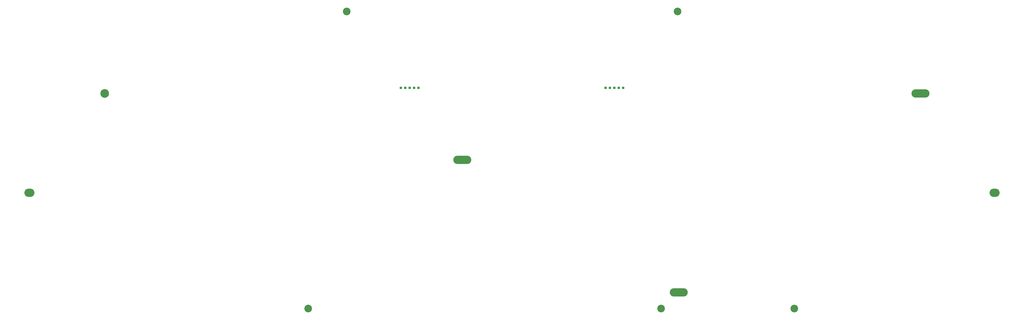
<source format=gts>
%TF.GenerationSoftware,KiCad,Pcbnew,(6.0.1-0)*%
%TF.CreationDate,2022-02-13T08:09:00+09:00*%
%TF.ProjectId,Nora_plate_bottom,4e6f7261-5f70-46c6-9174-655f626f7474,v.1 (042)*%
%TF.SameCoordinates,Original*%
%TF.FileFunction,Soldermask,Top*%
%TF.FilePolarity,Negative*%
%FSLAX46Y46*%
G04 Gerber Fmt 4.6, Leading zero omitted, Abs format (unit mm)*
G04 Created by KiCad (PCBNEW (6.0.1-0)) date 2022-02-13 08:09:00*
%MOMM*%
%LPD*%
G01*
G04 APERTURE LIST*
%ADD10C,0.787400*%
%ADD11O,2.900000X2.400000*%
%ADD12O,5.200000X2.400000*%
%ADD13C,2.499400*%
%ADD14C,2.200000*%
G04 APERTURE END LIST*
D10*
%TO.C,REF\u002A\u002A*%
X189914960Y-43320600D03*
X128468960Y-43370600D03*
D11*
X296874960Y-73574600D03*
X18974960Y-73574600D03*
D12*
X275474960Y-44974600D03*
D10*
X187374960Y-43320600D03*
X131008960Y-43370600D03*
X129738960Y-43370600D03*
X127198960Y-43370600D03*
X188644960Y-43320600D03*
X186104960Y-43320600D03*
X125928960Y-43370600D03*
X184834960Y-43320600D03*
D12*
X143624960Y-64074600D03*
D13*
X40624960Y-44974600D03*
D12*
X205924960Y-102274600D03*
%TD*%
D14*
%TO.C,H1*%
X110325000Y-21325000D03*
%TD*%
%TO.C,H2*%
X205575000Y-21325000D03*
%TD*%
%TO.C,H3*%
X99275000Y-106925000D03*
%TD*%
%TO.C,H4*%
X200825000Y-106925000D03*
%TD*%
%TO.C,H5*%
X239175000Y-106925000D03*
%TD*%
M02*

</source>
